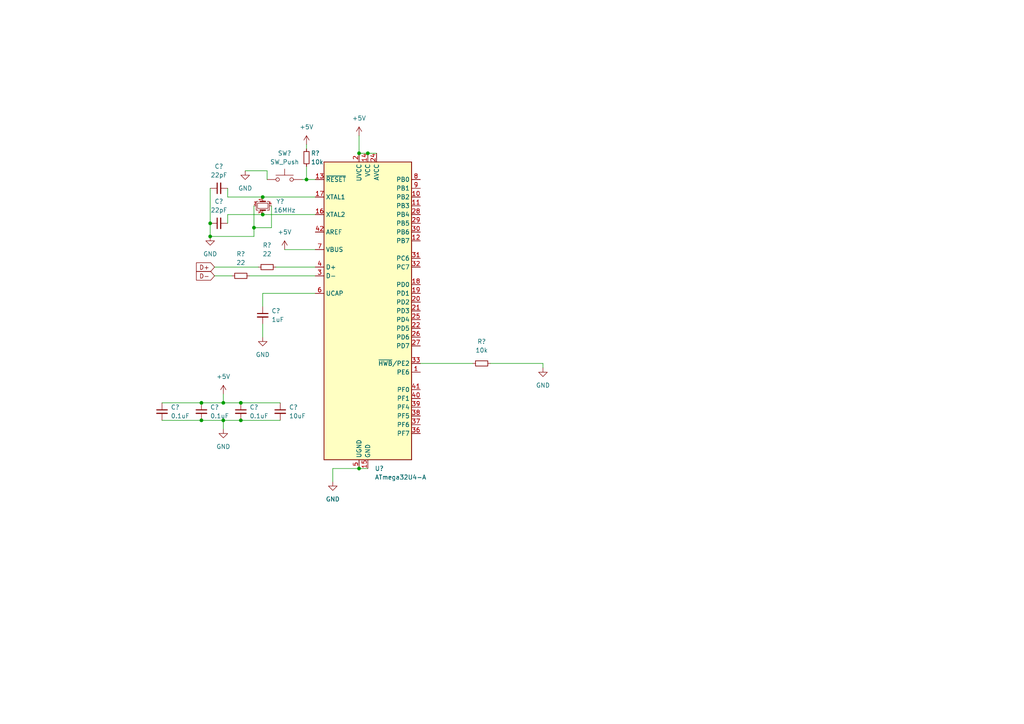
<source format=kicad_sch>
(kicad_sch (version 20211123) (generator eeschema)
  (paper "A4")
  (lib_symbols
    (symbol "Device:C_Small" (pin_numbers hide) (pin_names (offset 0.254) hide)
      (property "Reference" "C" (at 0.254 1.778 0))
      (property "Value" "C_Small" (at 0.254 -2.032 0))
      (symbol "C_Small_0_1"
        (polyline (pts (xy -1.524 -0.508) (xy 1.524 -0.508)) (stroke (width 0.3302)))
        (polyline (pts (xy -1.524 0.508) (xy 1.524 0.508)) (stroke (width 0.3048)))
      )
      (symbol "C_Small_1_1"
        (pin passive line (at 0 2.54 270) (length 2.032) (name "~") (number "1"))
        (pin passive line (at 0 -2.54 90) (length 2.032) (name "~") (number "2"))
      )
    )
    (symbol "Device:Crystal_GND24_Small" (pin_names (offset 1.016) hide)
      (property "Reference" "Y" (at 1.27 4.445 0))
      (property "Value" "Crystal_GND24_Small" (at 1.27 2.54 0))
      (symbol "Crystal_GND24_Small_0_1"
        (rectangle (start -0.762 -1.524) (end 0.762 1.524))
        (polyline (pts (xy -1.27 -0.762) (xy -1.27 0.762)) (stroke (width 0.381)))
        (polyline (pts (xy 1.27 -0.762) (xy 1.27 0.762)) (stroke (width 0.381)))
        (polyline (pts (xy -1.27 -1.27) (xy -1.27 -1.905) (xy 1.27 -1.905) (xy 1.27 -1.27)))
        (polyline (pts (xy -1.27 1.27) (xy -1.27 1.905) (xy 1.27 1.905) (xy 1.27 1.27)))
      )
      (symbol "Crystal_GND24_Small_1_1"
        (pin passive line (at -2.54 0 0) (length 1.27) (name "1") (number "1"))
        (pin passive line (at 0 -2.54 90) (length 0.635) (name "2") (number "2"))
        (pin passive line (at 2.54 0 180) (length 1.27) (name "3") (number "3"))
        (pin passive line (at 0 2.54 270) (length 0.635) (name "4") (number "4"))
      )
    )
    (symbol "Device:R_Small" (pin_numbers hide) (pin_names (offset 0.254) hide)
      (property "Reference" "R" (at 0.762 0.508 0))
      (property "Value" "R_Small" (at 0.762 -1.016 0))
      (symbol "R_Small_0_1"
        (rectangle (start -0.762 1.778) (end 0.762 -1.778) (stroke (width 0.2032)))
      )
      (symbol "R_Small_1_1"
        (pin passive line (at 0 2.54 270) (length 0.762) (name "~") (number "1"))
        (pin passive line (at 0 -2.54 90) (length 0.762) (name "~") (number "2"))
      )
    )
    (symbol "MCU_Microchip_ATmega:ATmega32U4-A"
      (property "Reference" "U" (at -12.7 44.45 0))
      (property "Value" "ATmega32U4-A" (at 2.54 -44.45 0))
      (symbol "ATmega32U4-A_0_1"
        (rectangle (start -12.7 -43.18) (end 12.7 43.18) (stroke (width 0.254)) (fill (type background)))
      )
      (symbol "ATmega32U4-A_1_1"
        (pin bidirectional line (at 15.24 -17.78 180) (length 2.54) (name "PE6") (number "1"))
        (pin bidirectional line (at 15.24 33.02 180) (length 2.54) (name "PB2") (number "10"))
        (pin bidirectional line (at 15.24 30.48 180) (length 2.54) (name "PB3") (number "11"))
        (pin bidirectional line (at 15.24 20.32 180) (length 2.54) (name "PB7") (number "12"))
        (pin input line (at -15.24 38.1 0) (length 2.54) (name "~{RESET}") (number "13"))
        (pin power_in line (at 0 45.72 270) (length 2.54) (name "VCC") (number "14"))
        (pin power_in line (at 0 -45.72 90) (length 2.54) (name "GND") (number "15"))
        (pin output line (at -15.24 27.94 0) (length 2.54) (name "XTAL2") (number "16"))
        (pin input line (at -15.24 33.02 0) (length 2.54) (name "XTAL1") (number "17"))
        (pin bidirectional line (at 15.24 7.62 180) (length 2.54) (name "PD0") (number "18"))
        (pin bidirectional line (at 15.24 5.08 180) (length 2.54) (name "PD1") (number "19"))
        (pin power_in line (at -2.54 45.72 270) (length 2.54) (name "UVCC") (number "2"))
        (pin bidirectional line (at 15.24 2.54 180) (length 2.54) (name "PD2") (number "20"))
        (pin bidirectional line (at 15.24 0 180) (length 2.54) (name "PD3") (number "21"))
        (pin bidirectional line (at 15.24 -5.08 180) (length 2.54) (name "PD5") (number "22"))
        (pin passive line (at 0 -45.72 90) (length 2.54) hide (name "GND") (number "23"))
        (pin power_in line (at 2.54 45.72 270) (length 2.54) (name "AVCC") (number "24"))
        (pin bidirectional line (at 15.24 -2.54 180) (length 2.54) (name "PD4") (number "25"))
        (pin bidirectional line (at 15.24 -7.62 180) (length 2.54) (name "PD6") (number "26"))
        (pin bidirectional line (at 15.24 -10.16 180) (length 2.54) (name "PD7") (number "27"))
        (pin bidirectional line (at 15.24 27.94 180) (length 2.54) (name "PB4") (number "28"))
        (pin bidirectional line (at 15.24 25.4 180) (length 2.54) (name "PB5") (number "29"))
        (pin bidirectional line (at -15.24 10.16 0) (length 2.54) (name "D-") (number "3"))
        (pin bidirectional line (at 15.24 22.86 180) (length 2.54) (name "PB6") (number "30"))
        (pin bidirectional line (at 15.24 15.24 180) (length 2.54) (name "PC6") (number "31"))
        (pin bidirectional line (at 15.24 12.7 180) (length 2.54) (name "PC7") (number "32"))
        (pin bidirectional line (at 15.24 -15.24 180) (length 2.54) (name "~{HWB}/PE2") (number "33"))
        (pin passive line (at 0 45.72 270) (length 2.54) hide (name "VCC") (number "34"))
        (pin passive line (at 0 -45.72 90) (length 2.54) hide (name "GND") (number "35"))
        (pin bidirectional line (at 15.24 -35.56 180) (length 2.54) (name "PF7") (number "36"))
        (pin bidirectional line (at 15.24 -33.02 180) (length 2.54) (name "PF6") (number "37"))
        (pin bidirectional line (at 15.24 -30.48 180) (length 2.54) (name "PF5") (number "38"))
        (pin bidirectional line (at 15.24 -27.94 180) (length 2.54) (name "PF4") (number "39"))
        (pin bidirectional line (at -15.24 12.7 0) (length 2.54) (name "D+") (number "4"))
        (pin bidirectional line (at 15.24 -25.4 180) (length 2.54) (name "PF1") (number "40"))
        (pin bidirectional line (at 15.24 -22.86 180) (length 2.54) (name "PF0") (number "41"))
        (pin passive line (at -15.24 22.86 0) (length 2.54) (name "AREF") (number "42"))
        (pin passive line (at 0 -45.72 90) (length 2.54) hide (name "GND") (number "43"))
        (pin passive line (at 2.54 45.72 270) (length 2.54) hide (name "AVCC") (number "44"))
        (pin passive line (at -2.54 -45.72 90) (length 2.54) (name "UGND") (number "5"))
        (pin passive line (at -15.24 5.08 0) (length 2.54) (name "UCAP") (number "6"))
        (pin input line (at -15.24 17.78 0) (length 2.54) (name "VBUS") (number "7"))
        (pin bidirectional line (at 15.24 38.1 180) (length 2.54) (name "PB0") (number "8"))
        (pin bidirectional line (at 15.24 35.56 180) (length 2.54) (name "PB1") (number "9"))
      )
    )
    (symbol "Switch:SW_Push" (pin_numbers hide) (pin_names (offset 1.016) hide)
      (property "Reference" "SW" (at 1.27 2.54 0))
      (property "Value" "SW_Push" (at 0 -1.524 0))
      (symbol "SW_Push_0_1"
        (circle (center -2.032 0) (radius 0.508))
        (polyline (pts (xy 0 1.27) (xy 0 3.048)))
        (polyline (pts (xy 2.54 1.27) (xy -2.54 1.27)))
        (circle (center 2.032 0) (radius 0.508))
        (pin passive line (at -5.08 0 0) (length 2.54) (name "1") (number "1"))
        (pin passive line (at 5.08 0 180) (length 2.54) (name "2") (number "2"))
      )
    )
    (symbol "power:+5V" (power) (pin_names (offset 0))
      (property "Value" "+5V" (at 0 3.556 0))
      (symbol "+5V_0_1"
        (polyline (pts (xy -0.762 1.27) (xy 0 2.54)))
        (polyline (pts (xy 0 0) (xy 0 2.54)))
        (polyline (pts (xy 0 2.54) (xy 0.762 1.27)))
      )
      (symbol "+5V_1_1"
        (pin power_in line (at 0 0 90) (length 0) hide (name "+5V") (number "1"))
      )
    )
    (symbol "power:GND" (power) (pin_names (offset 0))
      (property "Value" "GND" (at 0 -3.81 0))
      (symbol "GND_0_1"
        (polyline (pts (xy 0 0) (xy 0 -1.27) (xy 1.27 -1.27) (xy 0 -2.54) (xy -1.27 -1.27) (xy 0 -1.27)))
      )
      (symbol "GND_1_1"
        (pin power_in line (at 0 0 270) (length 0) hide (name "GND") (number "1"))
      )
    )
  )
  (junction (at 60.96 64.77))
  (junction (at 69.85 121.92))
  (junction (at 60.96 68.58))
  (junction (at 64.77 121.92))
  (junction (at 64.77 116.84))
  (junction (at 104.14 135.89))
  (junction (at 58.42 121.92))
  (junction (at 76.2 62.23))
  (junction (at 104.14 44.45))
  (junction (at 88.9 52.07))
  (junction (at 73.66 66.04))
  (junction (at 58.42 116.84))
  (junction (at 106.68 44.45))
  (junction (at 76.2 57.15))
  (junction (at 69.85 116.84))
  (wire (pts (xy 96.52 135.89) (xy 96.52 139.7)))
  (wire (pts (xy 66.04 54.61) (xy 66.04 57.15)))
  (wire (pts (xy 58.42 116.84) (xy 64.77 116.84)))
  (wire (pts (xy 72.39 80.01) (xy 91.44 80.01)))
  (wire (pts (xy 142.24 105.41) (xy 157.48 105.41)))
  (wire (pts (xy 76.2 57.15) (xy 91.44 57.15)))
  (wire (pts (xy 76.2 85.09) (xy 76.2 88.9)))
  (wire (pts (xy 91.44 85.09) (xy 76.2 85.09)))
  (wire (pts (xy 60.96 54.61) (xy 60.96 64.77)))
  (wire (pts (xy 76.2 62.23) (xy 91.44 62.23)))
  (wire (pts (xy 106.68 44.45) (xy 109.22 44.45)))
  (wire (pts (xy 77.47 49.53) (xy 77.47 52.07)))
  (wire (pts (xy 88.9 52.07) (xy 91.44 52.07)))
  (wire (pts (xy 64.77 124.46) (xy 64.77 121.92)))
  (wire (pts (xy 121.92 105.41) (xy 137.16 105.41)))
  (wire (pts (xy 87.63 52.07) (xy 88.9 52.07)))
  (wire (pts (xy 69.85 121.92) (xy 81.28 121.92)))
  (wire (pts (xy 73.66 68.58) (xy 60.96 68.58)))
  (wire (pts (xy 62.23 77.47) (xy 74.93 77.47)))
  (wire (pts (xy 58.42 121.92) (xy 64.77 121.92)))
  (wire (pts (xy 62.23 80.01) (xy 67.31 80.01)))
  (wire (pts (xy 104.14 39.37) (xy 104.14 44.45)))
  (wire (pts (xy 76.2 93.98) (xy 76.2 97.79)))
  (wire (pts (xy 88.9 41.91) (xy 88.9 43.18)))
  (wire (pts (xy 64.77 116.84) (xy 69.85 116.84)))
  (wire (pts (xy 157.48 105.41) (xy 157.48 106.68)))
  (wire (pts (xy 80.01 77.47) (xy 91.44 77.47)))
  (wire (pts (xy 88.9 48.26) (xy 88.9 52.07)))
  (wire (pts (xy 76.2 62.23) (xy 66.04 62.23)))
  (wire (pts (xy 46.99 121.92) (xy 58.42 121.92)))
  (wire (pts (xy 66.04 57.15) (xy 76.2 57.15)))
  (wire (pts (xy 73.66 59.69) (xy 73.66 66.04)))
  (wire (pts (xy 64.77 114.3) (xy 64.77 116.84)))
  (wire (pts (xy 104.14 135.89) (xy 96.52 135.89)))
  (wire (pts (xy 60.96 64.77) (xy 60.96 68.58)))
  (wire (pts (xy 46.99 116.84) (xy 58.42 116.84)))
  (wire (pts (xy 82.55 72.39) (xy 91.44 72.39)))
  (wire (pts (xy 69.85 116.84) (xy 81.28 116.84)))
  (wire (pts (xy 73.66 66.04) (xy 73.66 68.58)))
  (wire (pts (xy 66.04 62.23) (xy 66.04 64.77)))
  (wire (pts (xy 78.74 59.69) (xy 78.74 66.04)))
  (wire (pts (xy 104.14 44.45) (xy 106.68 44.45)))
  (wire (pts (xy 104.14 135.89) (xy 106.68 135.89)))
  (wire (pts (xy 64.77 121.92) (xy 69.85 121.92)))
  (wire (pts (xy 78.74 66.04) (xy 73.66 66.04)))
  (wire (pts (xy 71.12 49.53) (xy 77.47 49.53)))
  (global_label "D-" (shape input) (at 62.23 80.01 180) (property "Intersheet References" "${INTERSHEET_REFS}" (effects hide)))
  (global_label "D+" (shape input) (at 62.23 77.47 180) (property "Intersheet References" "${INTERSHEET_REFS}" (effects hide)))
  (symbol (lib_id "Switch:SW_Push") (at 82.55 52.07 0) (unit 1)
    (property "Reference" "SW?" (at 82.55 44.45 0))
    (property "Value" "SW_Push" (at 82.55 46.99 0))
  )
  (symbol (lib_id "Device:C_Small") (at 63.5 54.61 90) (unit 1)
    (property "Reference" "C?" (at 63.5063 48.26 90))
    (property "Value" "22pF" (at 63.5063 50.8 90))
  )
  (symbol (lib_id "power:+5V") (at 88.9 41.91 0) (unit 1)
    (property "Reference" "#PWR?" (effects hide))
    (property "Value" "+5V" (at 88.9 36.83 0))
  )
  (symbol (lib_id "power:+5V") (at 64.77 114.3 0) (unit 1)
    (property "Reference" "#PWR?" (effects hide))
    (property "Value" "+5V" (at 64.77 109.22 0))
  )
  (symbol (lib_id "Device:C_Small") (at 63.5 64.77 90) (unit 1)
    (property "Reference" "C?" (at 63.5063 58.42 90))
    (property "Value" "22pF" (at 63.5063 60.96 90))
  )
  (symbol (lib_id "power:GND") (at 76.2 97.79 0) (unit 1)
    (property "Reference" "#PWR?" (effects hide))
    (property "Value" "GND" (at 76.2 102.87 0))
  )
  (symbol (lib_id "power:+5V") (at 104.14 39.37 0) (unit 1)
    (property "Reference" "#PWR?" (effects hide))
    (property "Value" "+5V" (at 104.14 34.29 0))
  )
  (symbol (lib_id "MCU_Microchip_ATmega:ATmega32U4-A") (at 106.68 90.17 0) (unit 1)
    (property "Reference" "U?" (at 108.6994 135.89 0) (effects (justify left)))
    (property "Value" "ATmega32U4-A" (at 108.6994 138.43 0) (effects (justify left)))
    (property "Footprint" "Package_QFP:TQFP-44_10x10mm_P0.8mm" (effects hide))
    (property "Datasheet" "http://ww1.microchip.com/downloads/en/DeviceDoc/Atmel-7766-8-bit-AVR-ATmega16U4-32U4_Datasheet.pdf" (effects hide))
  )
  (symbol (lib_id "Device:R_Small") (at 77.47 77.47 90) (unit 1)
    (property "Reference" "R?" (at 77.47 71.12 90))
    (property "Value" "22" (at 77.47 73.66 90))
  )
  (symbol (lib_id "Device:Crystal_GND24_Small") (at 76.2 59.69 270) (unit 1)
    (property "Reference" "Y?" (at 81.28 58.42 90))
    (property "Value" "16MHz" (at 82.55 60.96 90))
  )
  (symbol (lib_id "Device:R_Small") (at 139.7 105.41 90) (unit 1)
    (property "Reference" "R?" (at 139.7 99.06 90))
    (property "Value" "10k" (at 139.7 101.6 90))
  )
  (symbol (lib_id "Device:R_Small") (at 69.85 80.01 90) (unit 1)
    (property "Reference" "R?" (at 69.85 73.66 90))
    (property "Value" "22" (at 69.85 76.2 90))
  )
  (symbol (lib_id "power:GND") (at 60.96 68.58 0) (unit 1)
    (property "Reference" "#PWR?" (effects hide))
    (property "Value" "GND" (at 60.96 73.66 0))
  )
  (symbol (lib_id "Device:C_Small") (at 81.28 119.38 0) (unit 1)
    (property "Reference" "C?" (at 83.82 118.1162 0) (effects (justify left)))
    (property "Value" "10uF" (at 83.82 120.6562 0) (effects (justify left)))
  )
  (symbol (lib_id "power:GND") (at 64.77 124.46 0) (unit 1)
    (property "Reference" "#PWR?" (effects hide))
    (property "Value" "GND" (at 64.77 129.54 0))
  )
  (symbol (lib_id "Device:C_Small") (at 76.2 91.44 0) (unit 1)
    (property "Reference" "C?" (at 78.74 90.1762 0) (effects (justify left)))
    (property "Value" "1uF" (at 78.74 92.7162 0) (effects (justify left)))
  )
  (symbol (lib_id "power:GND") (at 71.12 49.53 0) (unit 1)
    (property "Reference" "#PWR?" (effects hide))
    (property "Value" "GND" (at 71.12 54.61 0))
  )
  (symbol (lib_id "Device:C_Small") (at 58.42 119.38 0) (unit 1)
    (property "Reference" "C?" (at 60.96 118.1162 0) (effects (justify left)))
    (property "Value" "0.1uF" (at 60.96 120.6562 0) (effects (justify left)))
  )
  (symbol (lib_id "Device:R_Small") (at 88.9 45.72 180) (unit 1)
    (property "Reference" "R?" (at 90.17 44.45 0) (effects (justify right)))
    (property "Value" "10k" (at 90.17 46.99 0) (effects (justify right)))
  )
  (symbol (lib_id "power:+5V") (at 82.55 72.39 0) (unit 1)
    (property "Reference" "#PWR?" (effects hide))
    (property "Value" "+5V" (at 82.55 67.31 0))
  )
  (symbol (lib_id "power:GND") (at 157.48 106.68 0) (unit 1)
    (property "Reference" "#PWR?" (effects hide))
    (property "Value" "GND" (at 157.48 111.76 0))
  )
  (symbol (lib_id "power:GND") (at 96.52 139.7 0) (unit 1)
    (property "Reference" "#PWR?" (effects hide))
    (property "Value" "GND" (at 96.52 144.78 0))
  )
  (symbol (lib_id "Device:C_Small") (at 69.85 119.38 0) (unit 1)
    (property "Reference" "C?" (at 72.39 118.1162 0) (effects (justify left)))
    (property "Value" "0.1uF" (at 72.39 120.6562 0) (effects (justify left)))
  )
  (symbol (lib_id "Device:C_Small") (at 46.99 119.38 0) (unit 1)
    (property "Reference" "C?" (at 49.53 118.1162 0) (effects (justify left)))
    (property "Value" "0.1uF" (at 49.53 120.6562 0) (effects (justify left)))
  )
)
</source>
